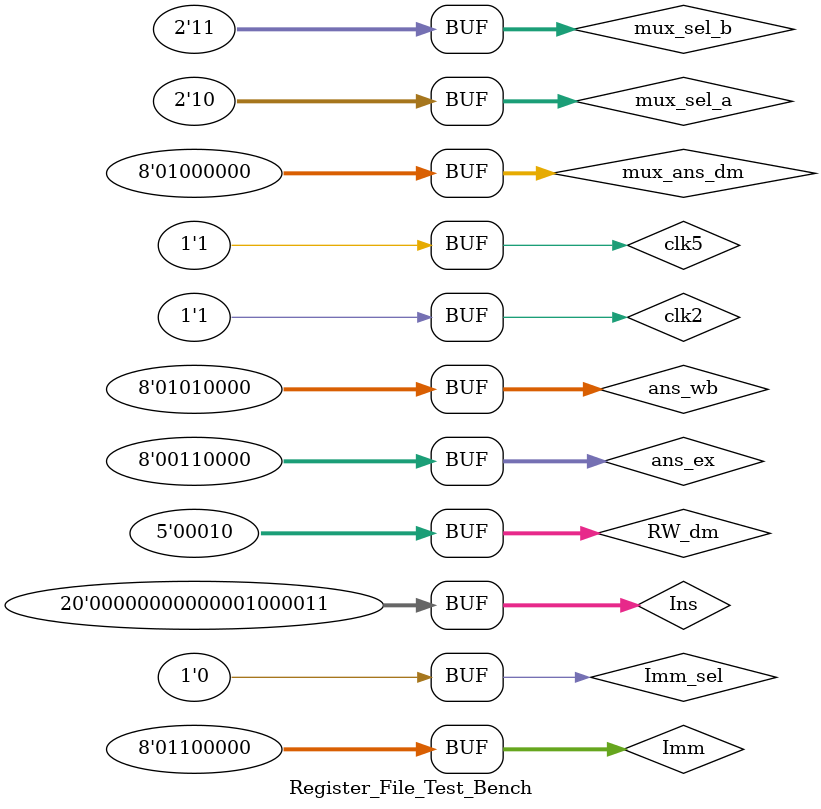
<source format=v>
`timescale 1ns / 1ps


module Register_File_Test_Bench;

	// Inputs
	reg [19:0] Ins;
	reg [4:0] RW_dm;
	reg [7:0] ans_ex;
	reg [7:0] mux_ans_dm;
	reg [7:0] ans_wb;
	reg [7:0] Imm;
	reg [1:0] mux_sel_a;
	reg [1:0] mux_sel_b;
	reg Imm_sel;
	reg clk2;
	reg clk5;

	// Outputs
	wire [7:0] A;
	wire [7:0] B;

	// Instantiate the Unit Under Test (UUT)
	Register_File uut (
		.Ins(Ins), 
		.RW_dm(RW_dm), 
		.ans_ex(ans_ex), 
		.mux_ans_dm(mux_ans_dm), 
		.ans_wb(ans_wb), 
		.Imm(Imm), 
		.mux_sel_a(mux_sel_a), 
		.mux_sel_b(mux_sel_b), 
		.Imm_sel(Imm_sel), 
		.clk2(clk2), 
		.clk5(clk5), 
		.A(A), 
		.B(B)
	);

	initial begin
		Ins = 20'h00043;
		RW_dm = 5'h02;
		ans_ex = 8'h30;
		mux_ans_dm = 8'h10;
		ans_wb = 8'h50;
		Imm = 8'h60;
		mux_sel_a = 0;
		mux_sel_b = 0;
		Imm_sel = 0;
		clk2=0;
		clk5=0;
		
		#500  clk2=1; 	clk5=0; Imm_sel=0; mux_sel_a=2'b00; mux_sel_b=2'b00; mux_ans_dm=8'h10; 
		#500  clk2=0; 	clk5=0; Imm_sel=0; mux_sel_a=2'b00; mux_sel_b=2'b00; mux_ans_dm=8'h10; 
		#500  clk2=0 ;  clk5=1; Imm_sel=0; mux_sel_a=2'b00; mux_sel_b=2'b00; mux_ans_dm=8'h10; 
		#500  clk2=0 ; clk5=0; Imm_sel=1; mux_sel_a=2'b00; mux_sel_b=2'b00; mux_ans_dm=8'h10; 
		#500 	clk2=1; 	clk5=0; Imm_sel=1; mux_sel_a=2'b00; mux_sel_b=2'b00; mux_ans_dm=8'h10; 
		#500  clk2=0; clk5=0; Imm_sel=0; mux_sel_a=2'b01; mux_sel_b=2'b00; mux_ans_dm=8'h40; 
		
		#500 clk2=0 ; clk5=0; Imm_sel=0; mux_sel_a=2'b01; mux_sel_b=2'b00; mux_ans_dm=8'h40; 
		#500  clk2=0 ; clk5=0; Imm_sel=0; mux_sel_a=2'b10; mux_sel_b=2'b11; mux_ans_dm=8'h40;
		#500  clk2=1 ; clk5=1; Imm_sel=0; mux_sel_a=2'b10; mux_sel_b=2'b11; mux_ans_dm=8'h40; 
		#4500  clk2=1 ; clk5=1; Imm_sel=0; mux_sel_a=2'b10; mux_sel_b=2'b11; mux_ans_dm=8'h40; 
		

	end
      
endmodule


</source>
